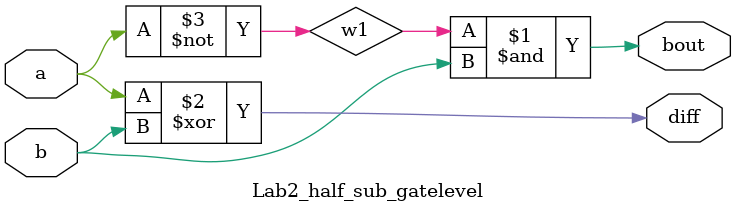
<source format=v>
module Lab2_half_sub_gatelevel(input a, b, output diff, bout);
    wire    w1;

    not      G1(w1, a);
    and #(2) G2(bout, w1, b);
    xor #(4) G3(diff, a, b);
endmodule
</source>
